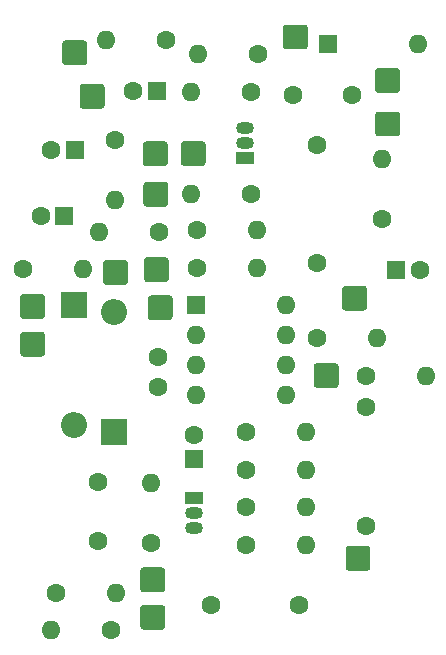
<source format=gbr>
%TF.GenerationSoftware,KiCad,Pcbnew,5.1.9*%
%TF.CreationDate,2021-04-20T14:37:20+02:00*%
%TF.ProjectId,ts908,74733930-382e-46b6-9963-61645f706362,rev?*%
%TF.SameCoordinates,Original*%
%TF.FileFunction,Soldermask,Bot*%
%TF.FilePolarity,Negative*%
%FSLAX46Y46*%
G04 Gerber Fmt 4.6, Leading zero omitted, Abs format (unit mm)*
G04 Created by KiCad (PCBNEW 5.1.9) date 2021-04-20 14:37:20*
%MOMM*%
%LPD*%
G01*
G04 APERTURE LIST*
%ADD10C,1.600000*%
%ADD11R,1.600000X1.600000*%
%ADD12O,1.600000X1.600000*%
%ADD13R,1.500000X1.050000*%
%ADD14O,1.500000X1.050000*%
%ADD15O,2.200000X2.200000*%
%ADD16R,2.200000X2.200000*%
G04 APERTURE END LIST*
D10*
%TO.C,C4*%
X246170000Y-117700000D03*
D11*
X246170000Y-119700000D03*
%TD*%
D10*
%TO.C,C8*%
X260720000Y-115350000D03*
X260720000Y-125350000D03*
%TD*%
%TO.C,P1*%
G36*
G01*
X231440000Y-107600001D02*
X231440000Y-105999999D01*
G75*
G02*
X231689999Y-105750000I249999J0D01*
G01*
X233290001Y-105750000D01*
G75*
G02*
X233540000Y-105999999I0J-249999D01*
G01*
X233540000Y-107600001D01*
G75*
G02*
X233290001Y-107850000I-249999J0D01*
G01*
X231689999Y-107850000D01*
G75*
G02*
X231440000Y-107600001I0J249999D01*
G01*
G37*
%TD*%
D12*
%TO.C,U1*%
X253960000Y-106670000D03*
X246340000Y-114290000D03*
X253960000Y-109210000D03*
X246340000Y-111750000D03*
X253960000Y-111750000D03*
X246340000Y-109210000D03*
X253960000Y-114290000D03*
D11*
X246340000Y-106670000D03*
%TD*%
D10*
%TO.C,R2*%
X251550000Y-85460000D03*
D12*
X246470000Y-85460000D03*
%TD*%
D10*
%TO.C,C6*%
X238030000Y-126700000D03*
X238030000Y-121700000D03*
%TD*%
%TO.C,S3*%
G36*
G01*
X245299999Y-92810000D02*
X246900001Y-92810000D01*
G75*
G02*
X247150000Y-93059999I0J-249999D01*
G01*
X247150000Y-94660001D01*
G75*
G02*
X246900001Y-94910000I-249999J0D01*
G01*
X245299999Y-94910000D01*
G75*
G02*
X245050000Y-94660001I0J249999D01*
G01*
X245050000Y-93059999D01*
G75*
G02*
X245299999Y-92810000I249999J0D01*
G01*
G37*
%TD*%
D12*
%TO.C,R19*%
X234080000Y-134190000D03*
D10*
X239160000Y-134190000D03*
%TD*%
%TO.C,P5*%
G36*
G01*
X242250000Y-107720001D02*
X242250000Y-106119999D01*
G75*
G02*
X242499999Y-105870000I249999J0D01*
G01*
X244100001Y-105870000D01*
G75*
G02*
X244350000Y-106119999I0J-249999D01*
G01*
X244350000Y-107720001D01*
G75*
G02*
X244100001Y-107970000I-249999J0D01*
G01*
X242499999Y-107970000D01*
G75*
G02*
X242250000Y-107720001I0J249999D01*
G01*
G37*
%TD*%
D13*
%TO.C,Q2*%
X250470000Y-94250000D03*
D14*
X250470000Y-91710000D03*
X250470000Y-92980000D03*
%TD*%
D10*
%TO.C,R13*%
X250990000Y-88630000D03*
D12*
X245910000Y-88630000D03*
%TD*%
%TO.C,R8*%
X251460000Y-103505000D03*
D10*
X246380000Y-103505000D03*
%TD*%
D12*
%TO.C,R5*%
X255650000Y-117435000D03*
D10*
X250570000Y-117435000D03*
%TD*%
%TO.C,C11*%
X233180000Y-99160000D03*
D11*
X235180000Y-99160000D03*
%TD*%
%TO.C,C2*%
X236080000Y-93590000D03*
D10*
X234080000Y-93590000D03*
%TD*%
%TO.C,C9*%
X265290000Y-103750000D03*
D11*
X263290000Y-103750000D03*
%TD*%
%TO.C,C1*%
X243010000Y-88580000D03*
D10*
X241010000Y-88580000D03*
%TD*%
%TO.C,C7*%
X256540000Y-93120000D03*
X256540000Y-103120000D03*
%TD*%
%TO.C,S1*%
G36*
G01*
X261100000Y-127329999D02*
X261100000Y-128930001D01*
G75*
G02*
X260850001Y-129180000I-249999J0D01*
G01*
X259249999Y-129180000D01*
G75*
G02*
X259000000Y-128930001I0J249999D01*
G01*
X259000000Y-127329999D01*
G75*
G02*
X259249999Y-127080000I249999J0D01*
G01*
X260850001Y-127080000D01*
G75*
G02*
X261100000Y-127329999I0J-249999D01*
G01*
G37*
%TD*%
D12*
%TO.C,R16*%
X239480000Y-97810000D03*
D10*
X239480000Y-92730000D03*
%TD*%
D12*
%TO.C,R18*%
X239600000Y-131040000D03*
D10*
X234520000Y-131040000D03*
%TD*%
D13*
%TO.C,Q1*%
X246200000Y-123010000D03*
D14*
X246200000Y-125550000D03*
X246200000Y-124280000D03*
%TD*%
%TO.C,P3*%
G36*
G01*
X260560001Y-107160000D02*
X258959999Y-107160000D01*
G75*
G02*
X258710000Y-106910001I0J249999D01*
G01*
X258710000Y-105309999D01*
G75*
G02*
X258959999Y-105060000I249999J0D01*
G01*
X260560001Y-105060000D01*
G75*
G02*
X260810000Y-105309999I0J-249999D01*
G01*
X260810000Y-106910001D01*
G75*
G02*
X260560001Y-107160000I-249999J0D01*
G01*
G37*
%TD*%
%TO.C,S7*%
G36*
G01*
X241620000Y-133925001D02*
X241620000Y-132324999D01*
G75*
G02*
X241869999Y-132075000I249999J0D01*
G01*
X243470001Y-132075000D01*
G75*
G02*
X243720000Y-132324999I0J-249999D01*
G01*
X243720000Y-133925001D01*
G75*
G02*
X243470001Y-134175000I-249999J0D01*
G01*
X241869999Y-134175000D01*
G75*
G02*
X241620000Y-133925001I0J249999D01*
G01*
G37*
%TD*%
D12*
%TO.C,R7*%
X242540000Y-121710000D03*
D10*
X242540000Y-126790000D03*
%TD*%
%TO.C,S4*%
G36*
G01*
X243980000Y-96509999D02*
X243980000Y-98110001D01*
G75*
G02*
X243730001Y-98360000I-249999J0D01*
G01*
X242129999Y-98360000D01*
G75*
G02*
X241880000Y-98110001I0J249999D01*
G01*
X241880000Y-96509999D01*
G75*
G02*
X242129999Y-96260000I249999J0D01*
G01*
X243730001Y-96260000D01*
G75*
G02*
X243980000Y-96509999I0J-249999D01*
G01*
G37*
%TD*%
D12*
%TO.C,R15*%
X238160000Y-100490000D03*
D10*
X243240000Y-100490000D03*
%TD*%
%TO.C,S2*%
G36*
G01*
X240330001Y-104980000D02*
X238729999Y-104980000D01*
G75*
G02*
X238480000Y-104730001I0J249999D01*
G01*
X238480000Y-103129999D01*
G75*
G02*
X238729999Y-102880000I249999J0D01*
G01*
X240330001Y-102880000D01*
G75*
G02*
X240580000Y-103129999I0J-249999D01*
G01*
X240580000Y-104730001D01*
G75*
G02*
X240330001Y-104980000I-249999J0D01*
G01*
G37*
%TD*%
%TO.C,9V1*%
G36*
G01*
X255530001Y-85040000D02*
X253929999Y-85040000D01*
G75*
G02*
X253680000Y-84790001I0J249999D01*
G01*
X253680000Y-83189999D01*
G75*
G02*
X253929999Y-82940000I249999J0D01*
G01*
X255530001Y-82940000D01*
G75*
G02*
X255780000Y-83189999I0J-249999D01*
G01*
X255780000Y-84790001D01*
G75*
G02*
X255530001Y-85040000I-249999J0D01*
G01*
G37*
%TD*%
D12*
%TO.C,R1*%
X238720000Y-84280000D03*
D10*
X243800000Y-84280000D03*
%TD*%
D15*
%TO.C,D3*%
X236010000Y-116810000D03*
D16*
X236010000Y-106650000D03*
%TD*%
%TO.C,S8*%
G36*
G01*
X241620000Y-130750001D02*
X241620000Y-129149999D01*
G75*
G02*
X241869999Y-128900000I249999J0D01*
G01*
X243470001Y-128900000D01*
G75*
G02*
X243720000Y-129149999I0J-249999D01*
G01*
X243720000Y-130750001D01*
G75*
G02*
X243470001Y-131000000I-249999J0D01*
G01*
X241869999Y-131000000D01*
G75*
G02*
X241620000Y-130750001I0J249999D01*
G01*
G37*
%TD*%
D12*
%TO.C,R3*%
X255650000Y-126960000D03*
D10*
X250570000Y-126960000D03*
%TD*%
%TO.C,GND1*%
G36*
G01*
X236860001Y-86370000D02*
X235259999Y-86370000D01*
G75*
G02*
X235010000Y-86120001I0J249999D01*
G01*
X235010000Y-84519999D01*
G75*
G02*
X235259999Y-84270000I249999J0D01*
G01*
X236860001Y-84270000D01*
G75*
G02*
X237110000Y-84519999I0J-249999D01*
G01*
X237110000Y-86120001D01*
G75*
G02*
X236860001Y-86370000I-249999J0D01*
G01*
G37*
%TD*%
%TO.C,P7*%
G36*
G01*
X263340001Y-88720000D02*
X261739999Y-88720000D01*
G75*
G02*
X261490000Y-88470001I0J249999D01*
G01*
X261490000Y-86869999D01*
G75*
G02*
X261739999Y-86620000I249999J0D01*
G01*
X263340001Y-86620000D01*
G75*
G02*
X263590000Y-86869999I0J-249999D01*
G01*
X263590000Y-88470001D01*
G75*
G02*
X263340001Y-88720000I-249999J0D01*
G01*
G37*
%TD*%
D12*
%TO.C,R10*%
X265840000Y-112680000D03*
D10*
X260760000Y-112680000D03*
%TD*%
%TO.C,S5*%
G36*
G01*
X243680001Y-94930000D02*
X242079999Y-94930000D01*
G75*
G02*
X241830000Y-94680001I0J249999D01*
G01*
X241830000Y-93079999D01*
G75*
G02*
X242079999Y-92830000I249999J0D01*
G01*
X243680001Y-92830000D01*
G75*
G02*
X243930000Y-93079999I0J-249999D01*
G01*
X243930000Y-94680001D01*
G75*
G02*
X243680001Y-94930000I-249999J0D01*
G01*
G37*
%TD*%
%TO.C,C5*%
X243120000Y-113600000D03*
X243120000Y-111100000D03*
%TD*%
D12*
%TO.C,R4*%
X255650000Y-123785000D03*
D10*
X250570000Y-123785000D03*
%TD*%
D12*
%TO.C,D1*%
X265090000Y-84540000D03*
D11*
X257470000Y-84540000D03*
%TD*%
%TO.C,P2*%
G36*
G01*
X231450000Y-110800001D02*
X231450000Y-109199999D01*
G75*
G02*
X231699999Y-108950000I249999J0D01*
G01*
X233300001Y-108950000D01*
G75*
G02*
X233550000Y-109199999I0J-249999D01*
G01*
X233550000Y-110800001D01*
G75*
G02*
X233300001Y-111050000I-249999J0D01*
G01*
X231699999Y-111050000D01*
G75*
G02*
X231450000Y-110800001I0J249999D01*
G01*
G37*
%TD*%
%TO.C,P8*%
G36*
G01*
X236739999Y-87960000D02*
X238340001Y-87960000D01*
G75*
G02*
X238590000Y-88209999I0J-249999D01*
G01*
X238590000Y-89810001D01*
G75*
G02*
X238340001Y-90060000I-249999J0D01*
G01*
X236739999Y-90060000D01*
G75*
G02*
X236490000Y-89810001I0J249999D01*
G01*
X236490000Y-88209999D01*
G75*
G02*
X236739999Y-87960000I249999J0D01*
G01*
G37*
%TD*%
D12*
%TO.C,R11*%
X261690000Y-109510000D03*
D10*
X256610000Y-109510000D03*
%TD*%
%TO.C,C10*%
X259510000Y-88900000D03*
X254510000Y-88900000D03*
%TD*%
%TO.C,C3*%
X255090000Y-132080000D03*
X247590000Y-132080000D03*
%TD*%
D12*
%TO.C,R6*%
X236790000Y-103650000D03*
D10*
X231710000Y-103650000D03*
%TD*%
%TO.C,P4*%
G36*
G01*
X256300000Y-113450001D02*
X256300000Y-111849999D01*
G75*
G02*
X256549999Y-111600000I249999J0D01*
G01*
X258150001Y-111600000D01*
G75*
G02*
X258400000Y-111849999I0J-249999D01*
G01*
X258400000Y-113450001D01*
G75*
G02*
X258150001Y-113700000I-249999J0D01*
G01*
X256549999Y-113700000D01*
G75*
G02*
X256300000Y-113450001I0J249999D01*
G01*
G37*
%TD*%
D12*
%TO.C,R12*%
X262060000Y-94330000D03*
D10*
X262060000Y-99410000D03*
%TD*%
%TO.C,P6*%
G36*
G01*
X263360001Y-92400000D02*
X261759999Y-92400000D01*
G75*
G02*
X261510000Y-92150001I0J249999D01*
G01*
X261510000Y-90549999D01*
G75*
G02*
X261759999Y-90300000I249999J0D01*
G01*
X263360001Y-90300000D01*
G75*
G02*
X263610000Y-90549999I0J-249999D01*
G01*
X263610000Y-92150001D01*
G75*
G02*
X263360001Y-92400000I-249999J0D01*
G01*
G37*
%TD*%
%TO.C,S6*%
G36*
G01*
X244030000Y-102889999D02*
X244030000Y-104490001D01*
G75*
G02*
X243780001Y-104740000I-249999J0D01*
G01*
X242179999Y-104740000D01*
G75*
G02*
X241930000Y-104490001I0J249999D01*
G01*
X241930000Y-102889999D01*
G75*
G02*
X242179999Y-102640000I249999J0D01*
G01*
X243780001Y-102640000D01*
G75*
G02*
X244030000Y-102889999I0J-249999D01*
G01*
G37*
%TD*%
D12*
%TO.C,R9*%
X251460000Y-100330000D03*
D10*
X246380000Y-100330000D03*
%TD*%
D12*
%TO.C,R14*%
X245910000Y-97260000D03*
D10*
X250990000Y-97260000D03*
%TD*%
D12*
%TO.C,R17*%
X255650000Y-120610000D03*
D10*
X250570000Y-120610000D03*
%TD*%
D15*
%TO.C,D2*%
X239400000Y-107280000D03*
D16*
X239400000Y-117440000D03*
%TD*%
M02*

</source>
